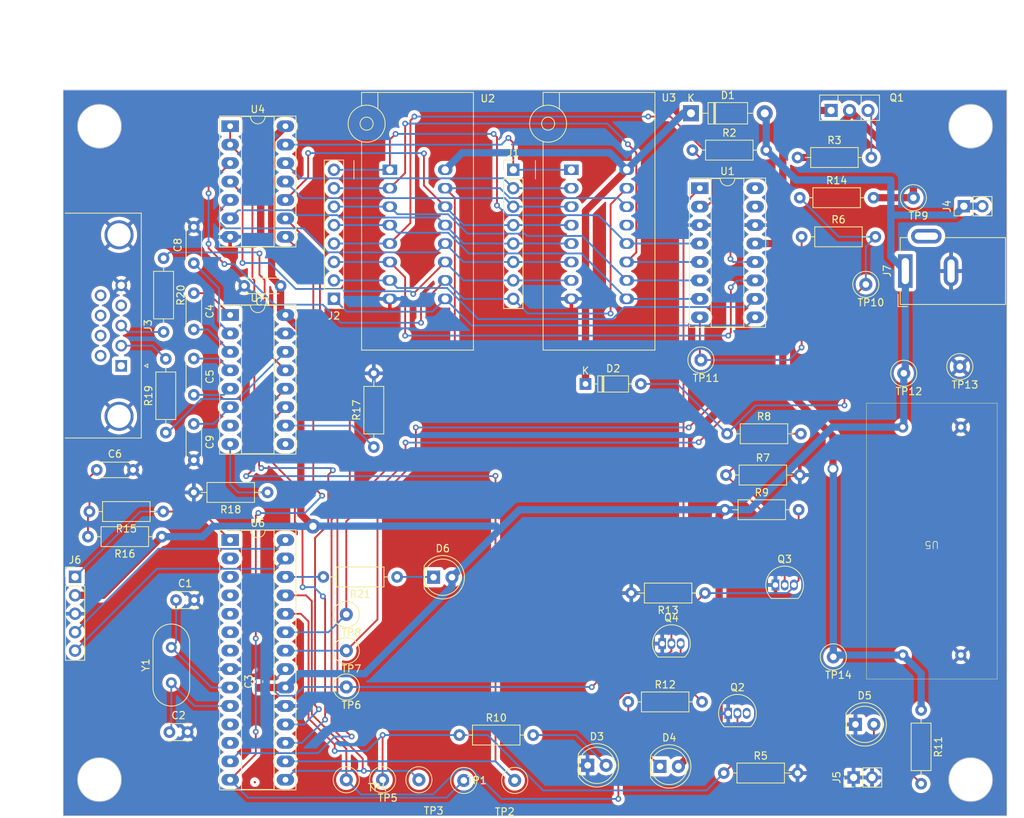
<source format=kicad_pcb>
(kicad_pcb (version 20240108) (generator "pcbnew") (generator_version "8.0")
  (layers (0 "F.Cu" signal) (31 "B.Cu" signal) (34 "B.Paste" user) (35 "F.Paste" user) (36 "B.SilkS" user "B.Silkscreen") (37 "F.SilkS" user "F.Silkscreen") (38 "B.Mask" user) (39 "F.Mask" user) (44 "Edge.Cuts" user))
  (net 0 "")
  (net 1 "Net-(U6-RA7{slash}OSC1_CLKIN)")
  (net 2 "GND")
  (net 3 "Net-(U6-RA6{slash}OSC2_CLKOUT)")
  (net 4 "+5V")
  (net 5 "Net-(U7-C1+)")
  (net 6 "Net-(U7-C1-)")
  (net 7 "Net-(U7-C2+)")
  (net 8 "Net-(U7-C2-)")
  (net 9 "Net-(C6-Pad1)")
  (net 10 "Net-(U7-VS+)")
  (net 11 "Net-(U7-VS-)")
  (net 12 "/VCC")
  (net 13 "Net-(D2-A)")
  (net 14 "Net-(D3-A)")
  (net 15 "Net-(D4-K)")
  (net 16 "Net-(D5-A)")
  (net 17 "Net-(D6-K)")
  (net 18 "/A7")
  (net 19 "/A6")
  (net 20 "/A5")
  (net 21 "/A4")
  (net 22 "/A3")
  (net 23 "/A2")
  (net 24 "/A1")
  (net 25 "/A0")
  (net 26 "/D7")
  (net 27 "/D6")
  (net 28 "/D5")
  (net 29 "/D4")
  (net 30 "/D3")
  (net 31 "/D2")
  (net 32 "/D1")
  (net 33 "/D0")
  (net 35 "Net-(J3-Pad2)")
  (net 36 "Net-(J3-Pad3)")
  (net 42 "/MCLR")
  (net 43 "/PGD")
  (net 44 "/PGC")
  (net 45 "+12V")
  (net 46 "Net-(Q1-C)")
  (net 47 "Net-(Q1-B)")
  (net 48 "/WR")
  (net 49 "Net-(Q2-D)")
  (net 50 "Net-(Q3-G)")
  (net 51 "/RD")
  (net 52 "Net-(Q4-D)")
  (net 53 "/CLR")
  (net 54 "Net-(U1-EN)")
  (net 55 "/DD")
  (net 56 "Net-(U7-T2IN)")
  (net 57 "Net-(U7-R2IN)")
  (net 58 "Net-(U7-T1OUT)")
  (net 59 "Net-(U7-R1IN)")
  (net 60 "/LED")
  (net 61 "/CLK")
  (net 62 "/SER")
  (net 63 "/B0")
  (net 64 "/B2")
  (net 65 "/B1")
  (net 66 "/CE")
  (net 75 "/TX")
  (net 76 "/RX")
  (footprint "Capacitor_THT:C_Disc_D4.3mm_W1.9mm_P5.00mm" (layer "F.Cu") (at 38 66 -90)
    (property "Reference" "C9")
    (property "Value" "1.0")
  )
  (footprint "Resistor_THT:R_Axial_DIN0207_L6.3mm_D2.5mm_P10.16mm_Horizontal" (layer "F.Cu") (at 33.5788 81.534 180)
    (property "Reference" "R16")
    (property "Value" "100k")
  )
  (footprint "Connector_PinHeader_2.54mm:PinHeader_1x08_P2.54mm_Vertical" (layer "F.Cu") (at 57.3 48.78 180)
    (property "Reference" "J2")
    (property "Value" "Conn_01x08")
  )
  (footprint "TestPoint:TestPoint_Loop_D3.50mm_Drill0.9mm_Beaded" (layer "F.Cu") (at 143.51 58.1152)
    (property "Reference" "TP13")
    (property "Value" "GND")
  )
  (footprint "Resistor_THT:R_Axial_DIN0207_L6.3mm_D2.5mm_P10.16mm_Horizontal" (layer "F.Cu") (at 110.998 114.0968)
    (property "Reference" "R5")
    (property "Value" "10k")
  )
  (footprint "Resistor_THT:R_Axial_DIN0207_L6.3mm_D2.5mm_P10.16mm_Horizontal" (layer "F.Cu") (at 74.5744 108.8644)
    (property "Reference" "R10")
    (property "Value" "1k")
  )
  (footprint "Package_TO_SOT_THT:TO-92_Inline" (layer "F.Cu") (at 118.11 88.1932)
    (property "Reference" "Q3")
    (property "Value" "2N7000")
  )
  (footprint "Package_TO_SOT_THT:TO-92_Inline" (layer "F.Cu") (at 102.5144 96.2704)
    (property "Reference" "Q4")
    (property "Value" "2N7000")
  )
  (footprint "Diode_THT:D_DO-41_SOD81_P10.16mm_Horizontal" (layer "F.Cu") (at 106.4768 23.2156)
    (property "Reference" "D1")
    (property "Value" "1N5819")
  )
  (footprint "Resistor_THT:R_Axial_DIN0207_L6.3mm_D2.5mm_P10.16mm_Horizontal" (layer "F.Cu") (at 48.1584 75.438 180)
    (property "Reference" "R18")
    (property "Value" "100")
  )
  (footprint "Package_DIP:DIP-28_W7.62mm_Socket_LongPads" (layer "F.Cu") (at 43 82)
    (property "Reference" "U6")
    (property "Value" "PIC18F26K22-xSP")
  )
  (footprint "Resistor_THT:R_Axial_DIN0207_L6.3mm_D2.5mm_P10.16mm_Horizontal" (layer "F.Cu") (at 33.782 78.0796 180)
    (property "Reference" "R15")
    (property "Value" "2k")
  )
  (footprint "TestPoint:TestPoint_Loop_D3.50mm_Drill0.9mm_Beaded" (layer "F.Cu") (at 107.8484 57.2008)
    (property "Reference" "TP11")
    (property "Value" "DD")
  )
  (footprint "Resistor_THT:R_Axial_DIN0207_L6.3mm_D2.5mm_P10.16mm_Horizontal" (layer "F.Cu") (at 121.7168 40.2336)
    (property "Reference" "R6")
    (property "Value" "47")
  )
  (footprint "Resistor_THT:R_Axial_DIN0207_L6.3mm_D2.5mm_P10.16mm_Horizontal" (layer "F.Cu") (at 62.7888 69.1896 90)
    (property "Reference" "R17")
    (property "Value" "100")
  )
  (footprint "Capacitor_THT:C_Disc_D4.3mm_W1.9mm_P5.00mm" (layer "F.Cu") (at 24.6272 72.3392)
    (property "Reference" "C6")
    (property "Value" "10.0")
  )
  (footprint "Package_TO_SOT_THT:TO-126-3_Vertical" (layer "F.Cu") (at 125.7808 22.8286)
    (property "Reference" "Q1")
    (property "Value" "BD140")
  )
  (footprint "TestPoint:TestPoint_Loop_D3.50mm_Drill0.9mm_Beaded" (layer "F.Cu") (at 130.556 46.7868)
    (property "Reference" "TP10")
    (property "Value" "VPPC")
  )
  (footprint "Resistor_THT:R_Axial_DIN0207_L6.3mm_D2.5mm_P10.16mm_Horizontal" (layer "F.Cu") (at 138.176 105.41 -90)
    (property "Reference" "R11")
    (property "Value" "10k")
  )
  (footprint "Resistor_THT:R_Axial_DIN0207_L6.3mm_D2.5mm_P10.16mm_Horizontal" (layer "F.Cu") (at 111.1504 77.8256)
    (property "Reference" "R9")
    (property "Value" "5.1k")
  )
  (footprint "Connector_PinHeader_2.54mm:PinHeader_1x02_P2.54mm_Vertical" (layer "F.Cu") (at 128.8796 114.7064 90)
    (property "Reference" "J5")
    (property "Value" "GND")
  )
  (footprint "dmitriy:MT3608" (layer "F.Cu") (at 139.6492 82.1436 180)
    (property "Reference" "U5")
    (property "Value" "~")
  )
  (footprint "Package_DIP:DIP-16_W7.62mm_Socket_LongPads" (layer "F.Cu") (at 43 51)
    (property "Reference" "U7")
    (property "Value" "MAX232")
  )
  (footprint "Resistor_THT:R_Axial_DIN0207_L6.3mm_D2.5mm_P10.16mm_Horizontal" (layer "F.Cu") (at 108.4072 89.3064 180)
    (property "Reference" "R13")
    (property "Value" "R")
  )
  (footprint "Connector_BarrelJack:BarrelJack_GCT_DCJ200-10-A_Horizontal" (layer "F.Cu") (at 136 44.9476 90)
    (property "Reference" "J7")
    (property "Value" "Barrel_Jack_MountingPin")
  )
  (footprint "Resistor_THT:R_Axial_DIN0207_L6.3mm_D2.5mm_P10.16mm_Horizontal" (layer "F.Cu") (at 111.4552 67.3608)
    (property "Reference" "R8")
    (property "Value" "R")
  )
  (footprint "TestPoint:TestPoint_Loop_D3.50mm_Drill0.9mm_Beaded" (layer "F.Cu") (at 59 97.24)
    (property "Reference" "TP7")
    (property "Value" "B1")
  )
  (footprint "TestPoint:TestPoint_Loop_D3.50mm_Drill0.9mm_Beaded" (layer "F.Cu") (at 64 115.02)
    (property "Reference" "TP5")
    (property "Value" "WR")
  )
  (footprint "Capacitor_THT:C_Disc_D4.3mm_W1.9mm_P5.00mm" (layer "F.Cu") (at 49.9472 46.99 180)
    (property "Reference" "C7")
    (property "Value" "1.0")
  )
  (footprint "Resistor_THT:R_Axial_DIN0207_L6.3mm_D2.5mm_P10.16mm_Horizontal" (layer "F.Cu") (at 111.3028 73.0504)
    (property "Reference" "R7")
    (property "Value" "R")
  )
  (footprint "Socket:DIP_Socket-16_W4.3_W5.08_W7.62_W10.16_W10.9_3M_216-3340-00-0602J" (layer "F.Cu") (at 90 31)
    (property "Reference" "U3")
    (property "Value" "556RT4")
  )
  (footprint "Socket:DIP_Socket-16_W4.3_W5.08_W7.62_W10.16_W10.9_3M_216-3340-00-0602J" (layer "F.Cu") (at 65 31)
    (property "Reference" "U2")
    (property "Value" "155RE3")
  )
  (footprint "Resistor_THT:R_Axial_DIN0207_L6.3mm_D2.5mm_P10.16mm_Horizontal" (layer "F.Cu") (at 106.68 28.2956)
    (property "Reference" "R2")
    (property "Value" "2k")
  )
  (footprint "Resistor_THT:R_Axial_DIN0207_L6.3mm_D2.5mm_P10.16mm_Horizontal" (layer "F.Cu") (at 34.1376 67.2084 90)
    (property "Reference" "R19")
    (property "Value" "22")
  )
  (footprint "LED_THT:LED_D5.0mm" (layer "F.Cu") (at 92.2478 113.03)
    (property "Reference" "D3")
    (property "Value" "RED")
  )
  (footprint "TestPoint:TestPoint_Loop_D3.50mm_Drill0.9mm_Beaded" (layer "F.Cu") (at 75.184 115.1128)
    (property "Reference" "TP1")
    (property "Value" "CLK")
  )
  (footprint "Resistor_THT:R_Axial_DIN0207_L6.3mm_D2.5mm_P10.16mm_Horizontal" (layer "F.Cu") (at 33.8328 43.18 -90)
    (property "Reference" "R20")
    (property "Value" "22")
  )
  (footprint "Capacitor_SMD:C_0603_1608Metric_Pad1.08x0.95mm_HandSolder" (layer "F.Cu") (at 46.99 101.4984 90)
    (property "Reference" "C3")
    (property "Value" "0.1")
  )
  (footprint "TestPoint:TestPoint_Loop_D3.50mm_Drill0.9mm_Beaded" (layer "F.Cu") (at 137.1092 34.8488)
    (property "Reference" "TP9")
    (property "Value" "VPP")
  )
  (footprint "Diode_THT:D_DO-35_SOD27_P7.62mm_Horizontal" (layer "F.Cu") (at 91.948 60.5028)
    (property "Reference" "D2")
    (property "Value" "1N4148")
  )
  (footprint "Capacitor_THT:C_Disc_D4.3mm_W1.9mm_P5.00mm" (layer "F.Cu") (at 37.9984 43.862 90)
    (property "Reference" "C8")
    (property "Value" "1.0")
  )
  (footprint "Resistor_THT:R_Axial_DIN0207_L6.3mm_D2.5mm_P10.16mm_Horizontal" (layer "F.Cu") (at 121.4628 34.8488)
    (property "Reference" "R14")
    (property "Value" "1")
  )
  (footprint "LED_THT:LED_D5.0mm" (layer "F.Cu") (at 102.2096 113.1824)
    (property "Reference" "D4")
    (property "Value" "WHITE")
  )
  (footprint "TestPoint:TestPoint_Loop_D3.50mm_Drill0.9mm_Beaded" (layer "F.Cu") (at 82.1944 115.1128)
    (property "Reference" "TP2")
    (property "Value" "SER")
  )
  (footprint "Resistor_THT:R_Axial_DIN0207_L6.3mm_D2.5mm_P10.16mm_Horizontal" (layer "F.Cu") (at 66 87.08 180)
    (property "Reference" "R21")
    (property "Value" "R")
  )
  (footprint "Capacitor_THT:C_Disc_D4.3mm_W1.9mm_P5.00mm" (layer "F.Cu") (at 38 57 -90)
    (property "Reference" "C5")
    (property "Value" "1.0")
  )
  (footprint "TestPoint:TestPoint_Loop_D3.50mm_Drill0.9mm_Beaded" (layer "F.Cu") (at 126.0856 98.0948)
    (property "Reference" "TP14")
    (property "Value" "+12V")
  )
  (footprint "Connector_PinHeader_2.54mm:PinHeader_1x02_P2.54mm_Vertical" (layer "F.Cu") (at 144.0638 36.0172 90)
    (property "Reference" "J4")
    (property "Value" "+5V")
  )
  (footprint "Package_DIP:DIP-14_W7.62mm_Socket_LongPads" (layer "F.Cu") (at 43 25)
    (property "Reference" "U4")
    (property "Value" "74HC164")
  )
  (footprint "TestPoint:TestPoint_Loop_D3.50mm_Drill0.9mm_Beaded" (layer "F.Cu") (at 59 102.24)
    (property "Reference" "TP6")
    (property "Value" "B0")
  )
  (footprint "Package_TO_SOT_THT:TO-92_Inline" (layer "F.Cu") (at 111.6076 105.8672)
    (property "Reference" "Q2")
    (property "Value" "2N7000")
  )
  (footprint "Capacitor_THT:C_Disc_D3.4mm_W2.1mm_P2.50mm" (layer "F.Cu") (at 35.5492 90.2716)
    (property "Reference" "C1")
    (property "Value" "22")
  )
  (footprint "Package_DIP:DIP-16_W7.62mm_Socket_LongPads" (layer "F.Cu") (at 107.696 33.54)
    (property "Reference" "U1")
    (property "Value" "DG408")
  )
  (footprint "Connector_PinHeader_2.54mm:PinHeader_1x08_P2.54mm_Vertical" (layer "F.Cu") (at 82 31)
    (property "Reference" "J1")
    (property "Value" "Conn_01x08")
  )
  (footprint "Connector_PinHeader_2.54mm:PinHeader_1x05_P2.54mm_Vertical" (layer "F.Cu") (at 21.6408 87.0712)
    (property "Reference" "J6")
    (property "Value" "PicKit")
  )
  (footprint "Resistor_THT:R_Axial_DIN0207_L6.3mm_D2.5mm_P10.16mm_Horizontal" (layer "F.Cu") (at 97.8408 104.2924)
    (property "Reference" "R12")
    (property "Value" "R")
  )
  (footprint "Resistor_THT:R_Axial_DIN0207_L6.3mm_D2.5mm_P10.16mm_Horizontal" (layer "F.Cu") (at 121.158 29.3116)
    (property "Reference" "R3")
    (property "Value" "R")
  )
  (footprint "Capacitor_THT:C_Disc_D3.4mm_W2.1mm_P2.50mm" (layer "F.Cu") (at 34.6348 108.458)
    (property "Reference" "C2")
    (property "Value" "22")
  )
  (footprint "TestPoint:TestPoint_Loop_D3.50mm_Drill0.9mm_Beaded" (layer "F.Cu") (at 59 115.02)
    (property "Reference" "TP4")
    (property "Value" "RD")
  )
  (footprint "Capacitor_THT:C_Disc_D4.3mm_W1.9mm_P5.00mm" (layer "F.Cu") (at 38 48 -90)
    (property "Reference" "C4")
    (property "Value" "1.0")
  )
  (footprint "TestPoint:TestPoint_Loop_D3.50mm_Drill0.9mm_Beaded" (layer "F.Cu") (at 69 115.02)
    (property "Reference" "TP3")
    (property "Value" "CLR")
  )
  (footprint "TestPoint:TestPoint_Loop_D3.50mm_Drill0.9mm_Beaded" (layer "F.Cu") (at 135.7884 59.0296)
    (property "Reference" "TP12")
    (property "Value" "+5V")
  )
  (footprint "Connector_Dsub:DSUB-9_Female_Horizontal_P2.77x2.84mm_EdgePinOffset4.94mm_Housed_MountingHolesOffset7.48mm" (layer "F.Cu") (at 28 58 -90)
    (property "Reference" "J3")
    (property "Value" "DE9_Receptacle_MountingHoles")
  )
  (footprint "LED_THT:LED_D5.0mm" (layer "F.Cu") (at 71.0184 87.122)
    (property "Reference" "D6")
    (property "Value" "LED")
  )
  (footprint "TestPoint:TestPoint_Loop_D3.50mm_Drill0.9mm_Beaded" (layer "F.Cu") (at 59 92.24)
    (property "Reference" "TP8")
    (property "Value" "B2")
  )
  (footprint "Crystal:Crystal_HC49-U_Vertical" (layer "F.Cu") (at 34.8996 101.6624 90)
    (property "Reference" "Y1")
    (property "Value" "7.3728")
  )
  (footprint "LED_THT:LED_D5.0mm" (layer "F.Cu") (at 129.1286 107.3912)
    (property "Reference" "D5")
    (property "Value" "GREEN")
  )
  (gr_circle (center 145 115) (end 148 115) (stroke (width 0.1)) (fill none) (layer "Edge.Cuts"))
  (gr_line (start 20 20) (end 150 20) (stroke (width 0.1)) (layer "Edge.Cuts"))
  (gr_line (start 150 120) (end 20 120) (stroke (width 0.1)) (layer "Edge.Cuts"))
  (gr_circle (center 25 25) (end 28 25) (stroke (width 0.1)) (fill none) (layer "Edge.Cuts"))
  (gr_line (start 150 20) (end 150 120) (stroke (width 0.1)) (layer "Edge.Cuts"))
  (gr_circle (center 145 25) (end 148 25) (stroke (width 0.1)) (fill none) (layer "Edge.Cuts"))
  (gr_line (start 20 120) (end 20 20) (stroke (width 0.1)) (layer "Edge.Cuts"))
  (gr_circle (center 25 115) (end 28 115) (stroke (width 0.1)) (fill none) (layer "Edge.Cuts"))
  (segment (start 40.4372 102.32) (end 34.8996 96.7824) (width 0.25) (layer "B.Cu") (net 1))
  (segment (start 43 102.32) (end 40.4372 102.32) (width 0.25) (layer "B.Cu") (net 1))
  (segment (start 35.5492 96.1328) (end 34.8996 96.7824) (width 0.25) (layer "B.Cu") (net 1))
  (segment (start 35.5492 90.2716) (end 35.5492 96.1328) (width 0.25) (layer "B.Cu") (net 1))
  (segment (start 43 104.86) (end 38.0972 104.86) (width 0.25) (layer "B.Cu") (net 3))
  (segment (start 38.0972 104.86) (end 34.8996 101.6624) (width 0.25) (layer "B.Cu") (net 3))
  (segment (start 34.8996 108.1932) (end 34.6348 108.458) (width 0.25) (layer "B.Cu") (net 3))
  (segment (start 34.8996 101.6624) (end 34.8996 108.1932) (width 0.25) (layer "B.Cu") (net 3))
  (segment (start 49.9472 50.3272) (end 50.62 51) (width 1) (layer "F.Cu") (net 4))
  (segment (start 48.72 26.9) (end 48.72 45.7628) (width 1) (layer "F.Cu") (net 4))
  (segment (start 52.73892 78.44372) (end 54.4068 80.1116) (width 1) (layer "F.Cu") (net 4))
  (segment (start 47.0309 102.32) (end 46.99 102.3609) (width 1) (layer "F.Cu") (net 4))
  (segment (start 50.62 102.32) (end 47.0309 102.32) (width 1) (layer "F.Cu") (net 4))
  (segment (start 25.5016 89.6112) (end 21.6408 89.6112) (width 1) (layer "F.Cu") (net 4))
  (segment (start 48.72 45.7628) (end 49.9472 46.99) (width 1) (layer "F.Cu") (net 4))
  (segment (start 111.1504 77.8256) (end 110.350401 78.625599) (width 1) (layer "F.Cu") (net 4))
  (segment (start 110.350401 107.581599) (end 104.7496 113.1824) (width 1) (layer "F.Cu") (net 4))
  (segment (start 50.62 51) (end 52.73892 53.11892) (width 1) (layer "F.Cu") (net 4))
  (segment (start 49.9472 46.99) (end 49.9472 50.3272) (width 1) (layer "F.Cu") (net 4))
  (segment (start 110.350401 78.625599) (end 110.350401 107.581599) (width 1) (layer "F.Cu") (net 4))
  (segment (start 33.5788 81.534) (end 25.5016 89.6112) (width 1) (layer "F.Cu") (net 4))
  (segment (start 52.73892 53.11892) (end 52.73892 78.44372) (width 1) (layer "F.Cu") (net 4))
  (segment (start 50.62 25) (end 48.72 26.9) (width 1) (layer "F.Cu") (net 4))
  (via (at 54.4068 80.1116) (size 2) (drill 1) (layers "F.Cu" "B.Cu") (net 4))
  (segment (start 61.551872 100.40132) (end 52.53868 100.40132) (width 1) (layer "B.Cu") (net 4))
  (segment (start 39.2176 81.534) (end 40.64 80.1116) (width 1) (layer "B.Cu") (net 4))
  (segment (start 40.64 80.1116) (end 54.4068 80.1116) (width 1) (layer "B.Cu") (net 4))
  (segment (start 135.6492 66.4436) (end 125.948279 66.4436) (width 1) (layer "B.Cu") (net 4))
  (segment (start 80.1116 80.5688) (end 73.5584 87.122) (width 1) (layer "B.Cu") (net 4))
  (segment (start 54.4336 80.0848) (end 79.6276 80.0848) (width 1) (layer "B.Cu") (net 4))
  (segment (start 134.0104 37.2364) (end 134.0104 32.4104) (width 1) (layer "B.Cu") (net 4))
  (segment (start 134.0104 42.958) (end 134.0104 37.2364) (width 1) (layer "B.Cu") (net 4))
  (segment (start 52.53868 100.40132) (end 50.62 102.32) (width 1) (layer "B.Cu") (net 4))
  (segment (start 82.8548 77.8256) (end 80.1116 80.5688) (width 1) (layer "B.Cu") (net 4))
  (segment (start 79.6276 80.0848) (end 80.1116 80.5688) (width 1) (layer "B.Cu") (net 4))
  (segment (start 135.7884 59.0296) (end 135.7884 66.3044) (width 1) (layer "B.Cu") (net 4))
  (segment (start 135.7884 66.3044) (end 135.6492 66.4436) (width 1) (layer "B.Cu") (net 4))
  (segment (start 116.84 23.4188) (end 116.6368 23.2156) (width 1) (layer "B.Cu") (net 4))
  (segment (start 136 58.818) (end 135.7884 59.0296) (width 1) (layer "B.Cu") (net 4))
  (segment (start 33.5788 81.534) (end 39.2176 81.534) (width 1) (layer "B.Cu") (net 4))
  (segment (start 114.566279 77.8256) (end 111.1504 77.8256) (width 1) (layer "B.Cu") (net 4))
  (segment (start 136 44.9476) (end 136 58.818) (width 1) (layer "B.Cu") (net 4))
  (segment (start 134.0104 32.4104) (end 120.9548 32.4104) (width 1) (layer "B.Cu") (net 4))
  (segment (start 125.948279 66.4436) (end 114.566279 77.8256) (width 1) (layer "B.Cu") (net 4))
  (segment (start 144.0638 36.0172) (end 142.8446 37.2364) (width 1) (layer "B.Cu") (net 4))
  (segment (start 116.84 28.2956) (end 116.84 23.4188) (width 1) (layer "B.Cu") (net 4))
  (segment (start 142.8446 37.2364) (end 134.0104 37.2364) (width 1) (layer "B.Cu") (net 4))
  (segment (start 54.4068 80.1116) (end 54.4336 80.0848) (width 1) (layer "B.Cu") (net 4))
  (segment (start 111.1504 77.8256) (end 82.8548 77.8256) (width 1) (layer "B.Cu") (net 4))
  (segment (start 73.5584 87.122) (end 73.5584 88.394792) (width 1) (layer "B.Cu") (net 4))
  (segment (start 136 44.9476) (end 134.0104 42.958) (width 1) (layer "B.Cu") (net 4))
  (segment (start 120.9548 32.4104) (end 116.84 28.2956) (width 1) (layer "B.Cu") (net 4))
  (segment (start 73.5584 88.394792) (end 61.551872 100.40132) (width 1) (layer "B.Cu") (net 4))
  (segment (start 146.6038 36.0172) (end 144.0638 36.0172) (width 1) (layer "B.Cu") (net 4))
  (segment (start 54.38 80.0848) (end 54.4068 80.1116) (width 1) (layer "B.Cu") (net 4))
  (segment (start 38 48) (end 40 48) (width 0.25) (layer "F.Cu") (net 5))
  (segment (start 40 48) (end 43 51) (width 0.25) (layer "F.Cu") (net 5))
  (segment (start 39.92 53) (end 43 56.08) (width 0.25) (layer "B.Cu") (net 6))
  (segment (start 38 53) (end 39.92 53) (width 0.25) (layer "B.Cu") (net 6))
  (segment (start 41.38 57) (end 43 58.62) (width 0.25) (layer "B.Cu") (net 7))
  (segment (start 38 57) (end 41.38 57) (width 0.25) (layer "B.Cu") (net 7))
  (segment (start 42.16 62) (end 43 61.16) (width 0.25) (layer "B.Cu") (net 8))
  (segment (start 38 62) (end 42.16 62) (width 0.25) (layer "B.Cu") (net 8))
  (segment (start 23.4188 78.2828) (end 23.622 78.0796) (width 0.25) (layer "F.Cu") (net 9))
  (segment (start 23.4188 81.534) (end 23.4188 78.2828) (width 0.25) (layer "F.Cu") (net 9))
  (segment (start 23.622 73.3444) (end 24.6272 72.3392) (width 0.25) (layer "F.Cu") (net 9))
  (segment (start 23.622 78.0796) (end 23.622 73.3444) (width 0.25) (layer "F.Cu") (net 9))
  (segment (start 41.475 47.3386) (end 41.475 52.015) (width 0.25) (layer "B.Cu") (net 10))
  (segment (start 41.475 52.015) (end 43 53.54) (width 0.25) (layer "B.Cu") (net 10))
  (segment (start 37.9984 43.862) (end 41.475 47.3386) (width 0.25) (layer "B.Cu") (net 10))
  (segment (start 40.7 66) (end 43 63.7) (width 0.25) (layer "B.Cu") (net 11))
  (segment (start 38 66) (end 40.7 66) (width 0.25) (layer "B.Cu") (net 11))
  (segment (start 91.948 36.672) (end 91.948 60.5028) (width 1) (layer "F.Cu") (net 12))
  (segment (start 97.62 31) (end 91.948 36.672) (width 1) (layer "F.Cu") (net 12))
  (segment (start 105.4044 23.2156) (end 97.62 31) (width 1) (layer "B.Cu") (net 12))
  (segment (start 97.62 31) (end 95.2712 28.6512) (width 1) (layer "B.Cu") (net 12))
  (segment (start 74.9688 28.6512) (end 72.62 31) (width 1) (layer "B.Cu") (net 12))
  (segment (start 95.2712 28.6512) (end 74.9688 28.6512) (width 1) (layer "B.Cu") (net 12))
  (segment (start 106.4768 23.2156) (end 105.4044 23.2156) (width 1) (layer "B.Cu") (net 12))
  (segment (start 127.6096 63.4492) (end 127.6096 63.3984) (width 0.25) (layer "F.Cu") (net 13))
  (segment (start 127.6096 49.7332) (end 127.6096 63.4492) (width 0.25) (layer "F.Cu") (net 13))
  (segment (start 130.556 46.7868) (end 127.6096 49.7332) (width 0.25) (layer "F.Cu") (net 13))
  (via (at 127.6096 63.4492) (size 0.8) (drill 0.4) (layers "F.Cu" "B.Cu") (net 13))
  (segment (start 127.6096 63.4492) (end 115.3668 63.4492) (width 0.25) (layer "B.Cu") (net 13))
  (segment (start 126.8476 40.2336) (end 121.4628 34.8488) (width 0.25) (layer "B.Cu") (net 13))
  (segment (start 115.3668 63.4492) (end 111.4552 67.3608) (width 0.25) (layer "B.Cu") (net 13))
  (segment (start 130.556 41.5544) (end 131.8768 40.2336) (width 0.25) (layer "B.Cu") (net 13))
  (segment (start 99.568 60.5028) (end 104.5972 60.5028) (width 0.25) (layer "B.Cu") (net 13))
  (segment (start 104.5972 60.5028) (end 111.4552 67.3608) (width 0.25) (layer "B.Cu") (net 13))
  (segment (start 130.556 46.7868) (end 130.556 41.5544) (width 0.25) (layer "B.Cu") (net 13))
  (segment (start 131.8768 40.2336) (end 126.8476 40.2336) (width 0.25) (layer "B.Cu") (net 13))
  (segment (start 84.7344 108.8644) (end 90.6222 108.8644) (width 0.25) (layer "B.Cu") (net 14))
  (segment (start 90.6222 108.8644) (end 94.7878 113.03) (width 0.25) (layer "B.Cu") (net 14))
  (segment (start 97.8408 108.8136) (end 102.2096 113.1824) (width 0.25) (layer "F.Cu") (net 15))
  (segment (start 97.8408 104.2924) (end 97.8408 108.8136) (width 0.25) (layer "F.Cu") (net 15))
  (segment (start 131.6686 109.0626) (end 138.176 115.57) (width 0.25) (layer "F.Cu") (net 16))
  (segment (start 131.6686 107.3912) (end 131.6686 109.0626) (width 0.25) (layer "F.Cu") (net 16))
  (segment (start 66 87.08) (end 70.9764 87.08) (width 0.25) (layer "B.Cu") (net 17))
  (segment (start 70.9764 87.08) (end 71.0184 87.122) (width 0.25) (layer "B.Cu") (net 17))
  (segment (start 82 31) (end 82 27.2884) (width 0.25) (layer "F.Cu") (net 18))
  (segment (start 82 27.2884) (end 81.3308 26.6192) (width 0.25) (layer "F.Cu") (net 18))
  (via (at 81.3308 26.6192) (size 0.8) (drill 0.4) (layers "F.Cu" "B.Cu") (net 18))
  (segment (start 81.28 26.6192) (end 81.3308 26.6192) (width 0.25) (layer "B.Cu") (net 18))
  (segment (start 80.3592 27.54) (end 81.28 26.6192) (width 0.25) (layer "B.Cu") (net 18))
  (segment (start 81.3308 26.5684) (end 81.28 26.6192) (width 0.25) (layer "B.Cu") (net 18))
  (segment (start 50.62 27.54) (end 80.3592 27.54) (width 0.25) (layer "B.Cu") (net 18))
  (segment (start 82 31) (end 90 31) (width 0.25) (layer "B.Cu") (net 18))
  (segment (start 81.3308 26.6192) (end 81.3308 26.5684) (width 0.25) (layer "B.Cu") (net 18))
  (segment (start 82 33.54) (end 80.635 32.175) (width 0.25) (layer "B.Cu") (net 19))
  (segment (start 52.715 32.175) (end 50.62 30.08) (width 0.25) (layer "B.Cu") (net 19))
  (segment (start 80.635 32.175) (end 52.715 32.175) (width 0.25) (layer "B.Cu") (net 19))
  (segment (start 90 33.54) (end 82 33.54) (width 0.25) (layer "B.Cu") (net 19))
  (segment (start 52.905 34.905) (end 50.62 32.62) (width 0.25) (layer "B.Cu") (net 20))
  (segment (start 82 36.08) (end 90 36.08) (width 0.25) (layer "B.Cu") (net 20))
  (segment (start 80.825 34.905) (end 52.905 34.905) (width 0.25) (layer "B.Cu") (net 20))
  (segment (start 82 36.08) (end 80.825 34.905) (width 0.25) (layer "B.Cu") (net 20))
  (segment (start 53.7464 28.702) (end 53.7464 28.7528) (width 0.25) (layer "F.Cu") (net 21))
  (segment (start 53.7464 32.0336) (end 53.7464 28.702) (width 0.25) (layer "F.Cu") (net 21))
  (segment (start 72.62 36.08) (end 69.6976 33.1576) (width 0.25) (layer "F.Cu") (net 21))
  (segment (start 50.62 35.16) (end 53.7464 32.0336) (width 0.25) (layer "F.Cu") (net 21))
  (segment (start 69.6976 33.1576) (end 69.6976 28.7528) (width 0.25) (layer "F.Cu") (net 21))
  (via (at 53.7464 28.702) (size 0.8) (drill 0.4) (layers "F.Cu" "B.Cu") (net 21))
  (via (at 69.6976 28.7528) (size 0.8) (drill 0.4) (layers "F.Cu" "B.Cu") (net 21))
  (segment (start 53.7464 28.702) (end 69.6468 28.702) (width 0.25) (layer "B.Cu") (net 21))
  (segment (start 82 38.62) (end 90 38.62) (width 0.25) (layer "B.Cu") (net 21))
  (segment (start 69.6468 28.702) (end 69.6976 28.7528) (width 0.25) (layer "B.Cu") (net 21))
  (segment (start 82 38.62) (end 75.16 38.62) (width 0.25) (layer "B.Cu") (net 21))
  (segment (start 75.16 38.62) (end 72.62 36.08) (width 0.25) (layer "B.Cu") (net 21))
  (segment (start 72.62 38.62) (end 71.575 37.575) (width 0.25) (layer "B.Cu") (net 22))
  (segment (start 82 41.16) (end 90 41.16) (width 0.25) (layer "B.Cu") (net 22))
  (segment (start 51.561 36.575) (end 44.125 36.575) (width 0.25) (layer "B.Cu") (net 22))
  (segment (start 52.241 37.255) (end 51.561 36.575) (width 0.25) (layer "B.Cu") (net 22))
  (segment (start 82 41.16) (end 75.16 41.16) (width 0.25) (layer "B.Cu") (net 22))
  (segment (start 44.125 36.575) (end 43 37.7) (width 0.25) (layer "B.Cu") (net 22))
  (segment (start 75.16 41.16) (end 72.62 38.62) (width 0.25) (layer "B.Cu") (net 22))
  (segment (start 71.575 37.575) (end 58.106701 37.575) (width 0.25) (layer "B.Cu") (net 22))
  (segment (start 58.106701 37.575) (end 57.786701 37.255) (width 0.25) (layer "B.Cu") (net 22))
  (segment (start 57.786701 37.255) (end 52.241 37.255) (width 0.25) (layer "B.Cu") (net 22))
  (segment (start 42.3672 39.0652) (end 53.136801 39.0652) (width 0.25) (layer "B.Cu") (net 23))
  (segment (start 82 43.7) (end 90 43.7) (width 0.25) (layer "B.Cu") (net 23))
  (segment (start 75.16 43.7) (end 72.62 41.16) (width 0.25) (layer "B.Cu") (net 23))
  (segment (start 43 35.16) (end 41.475 36.685) (width 0.25) (layer "B.Cu") (net 23))
  (segment (start 41.475 38.173) (end 42.3672 39.0652) (width 0.25) (layer "B.Cu") (net 23))
  (segment (start 82 43.7) (end 75.16 43.7) (width 0.25) (layer "B.Cu") (net 23))
  (segment (start 56.438801 42.3672) (end 71.4128 42.3672) (width 0.25) (layer "B.Cu") (net 23))
  (segment (start 41.475 36.685) (end 41.475 38.173) (width 0.25) (layer "B.Cu") (net 23))
  (segment (start 71.4128 42.3672) (end 72.62 41.16) (width 0.25) (layer "B.Cu") (net 23))
  (segment (start 53.136801 39.0652) (end 56.438801 42.3672) (width 0.25) (layer "B.Cu") (net 23))
  (segment (start 68.4784 47.8536) (end 68.2244 48.1076) (width 0.25) (layer "F.Cu") (net 24))
  (segment (start 44.704 34.324) (end 44.704 43.8404) (width 0.25) (layer "F.Cu") (net 24))
  (segment (start 68.2244 48.1076) (end 68.2752 48.0568) (width 0.25) (layer "F.Cu") (net 24))
  (segment (start 68.4784 47.8416) (end 68.4784 47.8536) (width 0.25) (layer "F.Cu") (net 24))
  (segment (start 43 32.62) (end 44.704 34.324) (width 0.25) (layer "F.Cu") (net 24))
  (segment (start 72.62 43.7) (end 68.4784 47.8416) (width 0.25) (layer "F.Cu") (net 24))
  (segment (start 44.704 43.8404) (end 44.704 43.7896) (width 0.25) (layer "F.Cu") (net 24))
  (via (at 44.704 43.8404) (size 0.8) (drill 0.4) (layers "F.Cu" "B.Cu") (net 24))
  (via (at 68.2244 48.1076) (size 0.8) (drill 0.4) (layers "F.Cu" "B.Cu") (net 24))
  (segment (start 75.16 46.24) (end 72.62 43.7) (width 0.25) (layer "B.Cu") (net 24))
  (segment (start 52.0378 47.415) (end 48.4632 43.8404) (width 0.25) (layer "B.Cu") (net 24))
  (segment (start 68.2244 48.1076) (end 67.8518 47.735) (width 0.25) (layer "B.Cu") (net 24))
  (segment (start 82 46.24) (end 90 46.24) (width 0.25) (layer "B.Cu") (net 24))
  (segment (start 82 46.24) (end 75.16 46.24) (width 0.25) (layer "B.Cu") (net 24))
  (segment (start 48.4632 43.8404) (end 44.704 43.8404) (width 0.25) (layer "B.Cu") (net 24))
  (segment (start 58.489399 47.415) (end 52.0378 47.415) (width 0.25) (layer "B.Cu") (net 24))
  (segment (start 58.809399 47.735) (end 58.489399 47.415) (width 0.25) (layer "B.Cu") (net 24))
  (segment (start 67.8518 47.735) (end 58.809399 47.735) (width 0.25) (layer "B.Cu") (net 24))
  (segment (start 40.0304 41.8084) (end 40.0304 41.1988) (width 0.25) (layer "F.Cu") (net 25))
  (segment (start 95.4024 50.8) (end 95.4024 50.7492) (width 0.25) (layer "F.Cu") (net 25))
  (segment (start 72.62 46.24) (end 69.2912 49.5688) (width 0.25) (layer "F.Cu") (net 25))
  (segment (start 41.475 43.253) (end 42.2148 43.9928) (width 0.25) (layer "F.Cu") (net 25))
  (segment (start 40.0304 34.2392) (end 40.0304 33.0496) (width 0.25) (layer "F.Cu") (net 25))
  (segment (start 41.475 43.253) (end 40.0304 41.8084) (width 0.25) (layer "F.Cu") (net 25))
  (segment (start 69.6468 49.2252) (end 69.6348 49.2252) (width 0.25) (layer "F.Cu") (net 25))
  (segment (start 97.62 33.54) (end 95.4024 35.7576) (width 0.25) (layer "F.Cu") (net 25))
  (segment (start 69.2912 49.5688) (end 69.2912 52.07) (width 0.25) (layer "F.Cu") (net 25))
  (segment (start 69.6468 49.2132) (end 69.6468 49.2252) (width 0.25) (layer "F.Cu") (net 25))
  (segment (start 40.0304 33.0496) (end 43 30.08) (width 0.25) (layer "F.Cu") (net 25))
  (segment (start 95.4024 35.7576) (end 95.4024 50.8) (width 0.25) (layer "F.Cu") (net 25))
  (via (at 40.0304 34.2392) (size 0.8) (drill 0.4) (layers "F.Cu" "B.Cu") (net 25))
  (via (at 40.0304 41.1988) (size 0.8) (drill 0.4) (layers "F.Cu" "B.Cu") (net 25))
  (via (at 95.4024 50.8) (size 0.8) (drill 0.4) (layers "F.Cu" "B.Cu") (net 25))
  (via (at 69.2912 52.07) (size 0.8) (drill 0.4) (layers "F.Cu" "B.Cu") (net 25))
  (via (at 42.2148 43.9928) (size 0.8) (drill 0.4) (layers "F.Cu" "B.Cu") (net 25))
  (segment (start 40.0304 41.1988) (end 40.0304 34.2392) (width 0.25) (layer "B.Cu") (net 25))
  (segment (start 82 48.78) (end 75.16 48.78) (width 0.25) (layer "B.Cu") (net 25))
  (segment (start 42.2148 43.9928) (end 43.540991 43.9928) (width 0.25) (layer "B.Cu") (net 25))
  (segment (start 49.128991 49.5808) (end 55.7694 49.5808) (width 0.25) (layer "B.Cu") (net 25))
  (segment (start 95.4024 50.8) (end 84.02 50.8) (width 0.25) (layer "B.Cu") (net 25))
  (segment (start 58.2586 52.07) (end 69.2912 52.07) (width 0.25) (layer "B.Cu") (net 25))
  (segment (start 55.7694 49.5808) (end 58.2586 52.07) (width 0.25) (layer "B.Cu") (net 25))
  (segment (start 84.02 50.8) (end 82 48.78) (width 0.25) (layer "B.Cu") (net 25))
  (segment (start 43.540991 43.9928) (end 49.128991 49.5808) (width 0.25) (layer "B.Cu") (net 25))
  (segment (start 75.16 48.78) (end 72.62 46.24) (width 0.25) (layer "B.Cu") (net 25))
  (segment (start 59.066 50.546) (end 70.854 50.546) (width 0.25) (layer "B.Cu") (net 26))
  (segment (start 76.285 52.445) (end 72.62 48.78) (width 0.25) (layer "B.Cu") (net 26))
  (segment (start 70.854 50.546) (end 72.62 48.78) (width 0.25) (layer "B.Cu") (net 26))
  (segment (start 114.191 52.445) (end 76.285 52.445) (width 0.25) (layer "B.Cu") (net 26))
  (segment (start 115.316 51.32) (end 114.191 52.445) (width 0.25) (layer "B.Cu") (net 26))
  (segment (start 57.3 48.78) (end 59.066 50.546) (width 0.25) (layer "B.Cu") (net 26))
  (segment (start 114.191 49.905) (end 97.322705 49.905) (width 0.25) (layer "B.Cu") (net 27))
  (segment (start 97.322705 49.905) (end 95.665705 51.562) (width 0.25) (layer "B.Cu") (net 27))
  (segment (start 115.316 48.78) (end 114.191 49.905) (width 0.25) (layer "B.Cu") (net 27))
  (segment (start 57.3 46.24) (end 65 46.24) (width 0.25) (layer "B.Cu") (net 27))
  (segment (start 72.882853 47.285) (end 66.045 47.285) (width 0.25) (layer "B.Cu") (net 27))
  (segment (start 66.045 47.285) (end 65 46.24) (width 0.25) (layer "B.Cu") (net 27))
  (segment (start 95.665705 51.562) (end 77.159853 51.562) (width 0.25) (layer "B.Cu") (net 27))
  (segment (start 77.159853 51.562) (end 72.882853 47.285) (width 0.25) (layer "B.Cu") (net 27))
  (segment (start 67.1068 53.848) (end 67.1068 45.8068) (width 0.25) (layer "F.Cu") (net 28))
  (segment (start 111.6076 53.7972) (end 111.6076 53.848) (width 0.25) (layer "F.Cu") (net 28))
  (segment (start 111.9632 53.4416) (end 111.6076 53.7972) (width 0.25) (layer "F.Cu") (net 28))
  (segment (start 111.9632 47.1932) (end 111.9632 53.4416) (width 0.25) (layer "F.Cu") (net 28))
  (segment (start 111.6076 53.848) (end 111.5568 53.848) (width 0.25) (layer "F.Cu") (net 28))
  (segment (start 67.1068 45.8068) (end 65 43.7) (width 0.25) (layer "F.Cu") (net 28))
  (segment (start 111.5568 53.848) (end 111.6076 53.7972) (width 0.25) (layer "F.Cu") (net 28))
  (via (at 111.6076 53.848) (size 0.8) (drill 0.4) (layers "F.Cu" "B.Cu") (net 28))
  (via (at 67.1068 53.848) (size 0.8) (drill 0.4) (layers "F.Cu" "B.Cu") (net 28))
  (via (at 111.9632 47.1932) (size 0.8) (drill 0.4) (layers "F.Cu" "B.Cu") (net 28))
  (segment (start 112.8656 46.24) (end 111.9632 47.1424) (width 0.25) (layer "B.Cu") (net 28))
  (segment (start 111.9632 47.1932) (end 111.9124 47.1932) (width 0.25) (layer "B.Cu") (net 28))
  (segment (start 111.9124 47.1932) (end 111.9124 47.1932) (width 0.25) (layer "B.Cu") (net 28))
  (segment (start 57.3 43.7) (end 65 43.7) (width 0.25) (layer "B.Cu") (net 28))
  (segment (start 115.316 46.24) (end 112.8656 46.24) (width 0.25) (layer "B.Cu") (net 28))
  (segment (start 111.6076 53.848) (end 67.1068 53.848) (width 0.25) (layer "B.Cu") (net 28))
  (segment (start 111.9632 47.1424) (end 111.9632 47.1932) (width 0.25) (layer "B.Cu") (net 28))
  (segment (start 67.1068 53.848) (end 67.056 53.848) (width 0.25) (layer "B.Cu") (net 28))
  (segment (start 103.648191 23.6728) (end 100.584 23.6728) (width 0.25) (layer "F.Cu") (net 29))
  (segment (start 65 41.16) (end 67.8318 38.3282) (width 0.25) (layer "F.Cu") (net 29))
  (segment (start 67.8318 24.2178) (end 68.3768 23.6728) (width 0.25) (layer "F.Cu") (net 29))
  (segment (start 111.9124 43.2816) (end 111.9124 31.937009) (width 0.25) (layer "F.Cu") (net 29))
  (segment (start 67.8318 38.3282) (end 67.8318 24.2178) (width 0.25) (layer "F.Cu") (net 29))
  (segment (start 111.9124 31.937009) (end 103.648191 23.6728) (width 0.25) (layer "F.Cu") (net 29))
  (segment (start 100.584 23.6728) (end 100.5332 23.6728) (width 0.25) (layer "F.Cu") (net 29))
  (via (at 68.3768 23.6728) (size 0.8) (drill 0.4) (layers "F.Cu" "B.Cu") (net 29))
  (via (at 100.584 23.6728) (size 0.8) (drill 0.4) (layers "F.Cu" "B.Cu") (net 29))
  (via (at 111.9124 43.2816) (size 0.8) (drill 0.4) (layers "F.Cu" "B.Cu") (net 29))
  (segment (start 111.9124 43.2816) (end 111.8616 43.2816) (width 0.25) (layer "B.Cu") (net 29))
  (segment (start 112.28 43.7) (end 111.9124 43.3324) (width 0.25) (layer "B.Cu") (net 29))
  (segment (start 115.316 43.7) (end 112.28 43.7) (width 0.25) (layer "B.Cu") (net 29))
  (segment (start 68.3768 23.6728) (end 100.584 23.6728) (width 0.25) (layer "B.Cu") (net 29))
  (segment (start 57.3 41.16) (end 65 41.16) (width 0.25) (layer "B.Cu") (net 29))
  (segment (start 111.8616 43.2816) (end 111.9124 43.3324) (width 0.25) (layer "B.Cu") (net 29))
  (segment (start 111.9124 43.3324) (end 111.9124 43.2816) (width 0.25) (layer "B.Cu") (net 29))
  (segment (start 73.028604 39.665) (end 66.045 39.665) (width 0.25) (layer "B.Cu") (net 30))
  (segment (start 91.365 42.525) (end 75.888604 42.525) (width 0.25) (layer "B.Cu") (net 30))
  (segment (start 107.696 48.78) (end 97.62 48.78) (width 0.25) (layer "B.Cu") (net 30))
  (segment (start 75.888604 42.525) (end 73.028604 39.665) (width 0.25) (layer "B.Cu") (net 30))
  (segment (start 66.045 39.665) (end 65 38.62) (width 0.25) (layer "B.Cu") (net 30))
  (segment (start 97.62 48.78) (end 91.365 42.525) (width 0.25) (layer "B.Cu") (net 30))
  (segment (start 57.3 38.62) (end 65 38.62) (width 0.25) (layer "B.Cu") (net 30))
  (segment (start 73.028604 37.125) (end 66.045 37.125) (width 0.25) (layer "B.Cu") (net 31))
  (segment (start 57.3 36.08) (end 65 36.08) (width 0.25) (layer "B.Cu") (net 31))
  (segment (start 83.9046 40.115) (end 83.5846 39.795) (width 0.25) (layer "B.Cu") (net 31))
  (segment (start 91.495 40.115) (end 83.9046 40.115) (width 0.25) (layer "B.Cu") (net 31))
  (segment (start 66.045 37.125) (end 65 36.08) (width 0.25) (layer "B.Cu") (net 31))
  (segment (start 75.698604 39.795) (end 73.028604 37.125) (width 0.25) (layer "B.Cu") (net 31))
  (segment (start 83.5846 39.795) (end 75.698604 39.795) (width 0.25) (layer "B.Cu") (net 31))
  (segment (start 97.62 46.24) (end 91.495 40.115) (width 0.25) (layer "B.Cu") (net 31))
  (segment (start 107.696 46.24) (end 97.62 46.24) (width 0.25) (layer "B.Cu") (net 31))
  (segment (start 97.62 43.7) (end 98.945 42.375) (width 0.25) (layer "F.Cu") (net 32))
  (segment (start 98.945 28.6378) (end 97.79 27.4828) (width 0.25) (layer "F.Cu") (net 32))
  (segment (start 67.1068 31.4332) (end 67.1068 24.638) (width 0.25) (layer "F.Cu") (net 32))
  (segment (start 65 33.54) (end 67.1068 31.4332) (width 0.25) (layer "F.Cu") (net 32))
  (segment (start 98.945 42.375) (end 98.945 28.6378) (width 0.25) (layer "F.Cu") (net 32))
  (via (at 67.1068 24.638) (size 0.8) (drill 0.4) (layers "F.Cu" "B.Cu") (net 32))
  (via (at 97.79 27.4828) (size 0.8) (drill 0.4) (layers "F.Cu" "B.Cu") (net 32))
  (segment (start 67.1068 24.638) (end 94.9452 24.638) (width 0.25) (layer "B.Cu") (net 32))
  (segment (start 107.696 43.7) (end 97.62 43.7) (width 0.25) (layer "B.Cu") (net 32))
  (segment (start 94.9452 24.638) (end 97.79 27.4828) (width 0.25) (layer "B.Cu") (net 32))
  (segment (start 57.3 33.54) (end 65 33.54) (width 0.25) (layer "B.Cu") (net 32))
  (segment (start 65 26.8464) (end 65.786 26.0604) (width 0.25) (layer "F.Cu") (net 33))
  (segment (start 79.756 26.5176) (end 79.2988 26.0604) (width 0.25) (layer "F.Cu") (net 33))
  (segment (start 65 31) (end 65 26.8464) (width 0.25) (layer "F.Cu") (net 33))
  (segment (start 79.756 35.9156) (end 79.756 26.5176) (width 0.25) (layer "F.Cu") (net 33))
  (via (at 79.756 35.9156) (size 0.8) (drill 0.4) (layers "F.Cu" "B.Cu") (net 33))
  (via (at 65.786 26.0604) (size 0.8) (drill 0.4) (layers "F.Cu" "B.Cu") (net 33))
  (via (at 79.2988 26.0604) (size 0.8) (drill 0.4) (layers "F.Cu" "B.Cu") (net 33))
  (segment (start 79.8068 35.9156) (end 79.756 35.9156) (width 0.25) (layer "B.Cu") (net 33))
  (segment (start 79.756 35.8648) (end 79.8068 35.9156) (width 0.25) (layer "B.Cu") (net 33))
  (segment (start 81.1462 37.255) (end 79.8068 35.9156) (width 0.25) (layer "B.Cu") (net 33))
  (segment (start 65.786 26.0604) (end 79.2988 26.0604) (width 0.25) (layer "B.Cu") (net 33))
  (segment (start 79.756 35.9156) (end 79.756 35.8648) (width 0.25) (layer "B.Cu") (net 33))
  (segment (start 93.715 37.255) (end 81.1462 37.255) (width 0.25) (layer "B.Cu") (net 33))
  (segment (start 57.3 31) (end 65 31) (width 0.25) (layer "B.Cu") (net 33))
  (segment (start 97.62 41.16) (end 93.715 37.255) (width 0.25) (layer "B.Cu") (net 33))
  (segment (start 107.696 41.16) (end 97.62 41.16) (width 0.25) (layer "B.Cu") (net 33))
  (segment (start 28 55.23) (end 32.3192 55.23) (width 0.25) (layer "B.Cu") (net 35))
  (segment (start 32.3192 55.23) (end 34.1376 57.0484) (width 0.25) (layer "B.Cu") (net 35))
  (segment (start 33.8328 53.34) (end 28.88 53.34) (width 0.25) (layer "B.Cu") (net 36))
  (segment (start 28.88 53.34) (end 28 52.46) (width 0.25) (layer "B.Cu") (net 36))
  (segment (start 33.782 78.0796) (end 39.0796 78.0796) (width 0.25) (layer "F.Cu") (net 42))
  (segment (start 39.0796 78.0796) (end 43 82) (width 0.25) (layer "F.Cu") (net 42))
  (segment (start 30.6324 78.0796) (end 21.6408 87.0712) (width 0.25) (layer "B.Cu") (net 42))
  (segment (start 33.782 78.0796) (end 30.6324 78.0796) (width 0.25) (layer "B.Cu") (net 42))
  (segment (start 50.62 82) (end 49.4096 83.2104) (width 0.25) (layer "B.Cu") (net 43))
  (segment (start 49.4096 83.2104) (end 33.1216 83.2104) (width 0.25) (layer "B.Cu") (net 43))
  (segment (start 33.1216 83.2104) (end 21.6408 94.6912) (width 0.25) (layer "B.Cu") (net 43))
  (segment (start 32.917 85.955) (end 21.6408 97.2312) (width 0.25) (layer "B.Cu") (net 44))
  (segment (start 50.62 84.54) (end 49.205 85.955) (width 0.25) (layer "B.Cu") (net 44))
  (segment (start 49.205 85.955) (end 32.917 85.955) (width 0.25) (layer "B.Cu") (net 44))
  (segment (start 119.126 60.8076) (end 119.126 39.7764) (width 1) (layer "F.Cu") (net 45))
  (segment (start 119.126 26.5176) (end 119.126 39.7764) (width 1) (layer "F.Cu") (net 45))
  (segment (start 119.126 39.7764) (end 117.7424 41.16) (width 1) (layer "F.Cu") (net 45))
  (segment (start 126.0348 72.1868) (end 126.0348 67.7164) (width 1) (layer "F.Cu") (net 45))
  (segment (start 122.815 22.8286) (end 119.126 26.5176) (width 1) (layer "F.Cu") (net 45))
  (segment (start 125.7808 22.8286) (end 122.815 22.8286) (width 1) (layer "F.Cu") (net 45))
  (segment (start 117.7424 41.16) (end 115.316 41.16) (width 1) (layer "F.Cu") (net 45))
  (segment (start 126.0348 67.7164) (end 119.126 60.8076) (width 1) (layer "F.Cu") (net 45))
  (via (at 126.0348 72.1868) (size 1.5) (drill 1) (layers "F.Cu" "B.Cu") (net 45))
  (segment (start 135.6492 97.8436) (end 126.3368 97.8436) (width 1) (layer "B.Cu") (net 45))
  (segment (start 126.3368 97.8436) (end 126.0856 98.0948) (width 1) (layer "B.Cu") (net 45))
  (segment (start 126.0348 72.1868) (end 125.984 72.1868) (width 1) (layer "B.Cu") (net 45))
  (segment (start 116.6996 41.16) (end 115.316 41.16) (width 1) (layer "B.Cu") (net 45))
  (segment (start 138.176 100.3704) (end 135.6492 97.8436) (width 1) (layer "B.Cu") (net 45))
  (segment (start 138.176 105.41) (end 138.176 100.3704) (width 1) (layer "B.Cu") (net 45))
  (segment (start 126.0856 72.2884) (end 126.0348 72.2376) (width 1) (layer "B.Cu") (net 45))
  (segment (start 126.0348 72.2376) (end 126.0348 72.1868) (width 1) (layer "B.Cu") (net 45))
  (segment (start 126.0856 98.0948) (end 126.0856 72.2884) (width 1) (layer "B.Cu") (net 45))
  (segment (start 125.984 72.1868) (end 126.0348 72.2376) (width 1) (layer "B.Cu") (net 45))
  (segment (start 128.3208 23.4886) (end 128.3208 22.8286) (width 1) (layer "F.Cu") (net 46))
  (segment (start 131.6228 34.8488) (end 137.1092 34.8488) (width 1) (layer "F.Cu") (net 46))
  (segment (start 128.3208 22.8286) (end 137.1092 31.617) (width 1) (layer "F.Cu") (net 46))
  (segment (start 137.1092 31.617) (end 137.1092 34.8488) (width 1) (layer "F.Cu") (net 46))
  (segment (start 122.4978 29.3116) (end 128.3208 23.4886) (width 1) (layer "F.Cu") (net 46))
  (segment (start 121.158 29.3116) (end 122.4978 29.3116) (width 1) (layer "F.Cu") (net 46))
  (segment (start 131.318 29.3116) (end 131.318 23.2858) (width 0.25) (layer "B.Cu") (net 47))
  (segment (start 131.318 23.2858) (end 130.8608 22.8286) (width 0.25) (layer "B.Cu") (net 47))
  (segment (start 112.8776 112.2172) (end 112.8776 105.8672) (width 0.25) (layer "F.Cu") (net 48))
  (segment (start 52.7392 92.16) (end 53.7972 93.218) (width 0.25) (layer "F.Cu") (net 48))
  (segment (start 53.7972 93.218) (end 53.7972 106.5784) (width 0.25) (layer "F.Cu") (net 48))
  (segment (start 57.404 111.0488) (end 57.404 110.998) (width 0.25) (layer "F.Cu") (net 48))
  (segment (start 110.998 114.0968) (end 112.8776 112.2172) (width 0.25) (layer "F.Cu") (net 48))
  (segment (start 64 108.8724) (end 64 115.02) (width 0.25) (layer "F.Cu") (net 48))
  (segment (start 50.62 92.16) (end 52.7392 92.16) (width 0.25) (layer "F.Cu") (net 48))
  (segment (start 57.404 110.1852) (end 57.404 111.0488) (width 0.25) (layer "F.Cu") (net 48))
  (segment (start 53.7972 106.5784) (end 57.404 110.1852) (width 0.25) (layer "F.Cu") (net 48))
  (segment (start 64.008 108.8644) (end 64 108.8724) (width 0.25) (layer "F.Cu") (net 48))
  (via (at 64.008 108.8644) (size 0.8) (drill 0.4) (layers "F.Cu" "B.Cu") (net 48))
  (via (at 57.404 111.0488) (size 0.8) (drill 0.4) (layers "F.Cu" "B.Cu") (net 48))
  (segment (start 78.486 108.8644) (end 74.5744 108.8644) (width 0.25) (layer "B.Cu") (net 48))
  (segment (start 61.8236 111.0488) (end 64.008 108.8644) (width 0.25) (layer "B.Cu") (net 48))
  (segment (start 86.106 116.4844) (end 78.486 108.8644) (width 0.25) (layer "B.Cu") (net 48))
  (segment (start 74.5744 108.8644) (end 69.7586 108.8644) (width 0.25) (layer "B.Cu") (net 48))
  (segment (start 69.7586 108.8644) (end 64.008 108.8644) (width 0.25) (layer "B.Cu") (net 48))
  (segment (start 110.998 114.0968) (end 108.6104 116.4844) (width 0.25) (layer "B.Cu") (net 48))
  (segment (start 108.6104 116.4844) (end 86.106 116.4844) (width 0.25) (layer "B.Cu") (net 48))
  (segment (start 57.404 111.0488) (end 61.8236 111.0488) (width 0.25) (layer "B.Cu") (net 48))
  (segment (start 121.6152 67.3608) (end 116.9924 67.3608) (width 0.25) (layer "F.Cu") (net 50))
  (segment (start 116.9924 67.3608) (end 111.3028 73.0504) (width 0.25) (layer "F.Cu") (net 50))
  (segment (start 119.38 81.1276) (end 119.38 88.1932) (width 0.25) (layer "F.Cu") (net 50))
  (segment (start 111.3028 73.0504) (end 119.38 81.1276) (width 0.25) (layer "F.Cu") (net 50))
  (segment (start 59 115.02) (end 59 110.755895) (width 0.25) (layer "F.Cu") (net 51))
  (segment (start 46.3804 115.3668) (end 46.4312 115.3668) (width 0.25) (layer "F.Cu") (net 51))
  (segment (start 121.3104 87.5328) (end 120.65 88.1932) (width 0.25) (layer "F.Cu") (net 51))
  (segment (start 54.2472 106.003095) (end 54.2472 90.4168) (width 0.25) (layer "F.Cu") (net 51))
  (segment (start 54.2472 90.4168) (end 53.4504 89.62) (width 0.25) (layer "F.Cu") (net 51))
  (segment (start 103.7844 93.9292) (end 103.7844 96.2704) (width 0.25) (layer "F.Cu") (net 51))
  (segment (start 97.9816 103.0732) (end 97.3894 103.0732) (width 0.25) (layer "F.Cu") (net 51))
  (segment (start 103.7844 97.2704) (end 97.9816 103.0732) (width 0.25) (layer "F.Cu") (net 51))
  (segment (start 96.4692 103.9934) (end 96.4692 117.6528) (width 0.25) (layer "F.Cu") (net 51))
  (segment (start 97.3894 103.0732) (end 96.4692 103.9934) (width 0.25) (layer "F.Cu") (net 51))
  (segment (start 59 110.755895) (end 54.2472 106.003095) (width 0.25) (layer "F.Cu") (net 51))
  (segment (start 46.4312 115.3668) (end 46.3804 115.316) (width 0.25) (layer "F.Cu") (net 51))
  (segment (start 46.3804 115.316) (end 46.3804 115.3668) (width 0.25) (layer "F.Cu") (net 51))
  (segment (start 121.3104 77.8256) (end 121.3104 87.5328) (width 0.25) (layer "F.Cu") (net 51))
  (segment (start 108.4072 89.3064) (end 103.7844 93.9292) (width 0.25) (layer "F.Cu") (net 51))
  (segment (start 103.7844 96.2704) (end 103.7844 97.2704) (width 0.25) (layer "F.Cu") (net 51))
  (segment (start 53.4504 89.62) (end 50.62 89.62) (width 0.25) (layer "F.Cu") (net 51))
  (via (at 96.4692 117.6528) (size 0.8) (drill 0.4) (layers "F.Cu" "B.Cu") (net 51))
  (segment (start 70.9658 117.045) (end 74.5236 113.4872) (width 0.25) (layer "B.Cu") (net 51))
  (segment (start 59 115.02) (end 61.025 117.045) (width 0.25) (layer "B.Cu") (net 51))
  (segment (start 119.7618 89.3064) (end 120.65 88.4182) (width 0.25) (layer "B.Cu") (net 51))
  (segment (start 78.8924 116.1796) (end 80.3656 117.6528) (width 0.25) (layer "B.Cu") (net 51))
  (segment (start 74.5236 113.4872) (end 76.2 113.4872) (width 0.25) (layer "B.Cu") (net 51))
  (segment (start 61.025 117.045) (end 70.9658 117.045) (width 0.25) (layer "B.Cu") (net 51))
  (segment (start 108.4072 89.3064) (end 119.7618 89.3064) (width 0.25) (layer "B.Cu") (net 51))
  (segment (start 120.65 88.4182) (end 120.65 88.1932) (width 0.25) (layer "B.Cu") (net 51))
  (segment (start 76.2 113.4872) (end 78.8924 116.1796) (width 0.25) (layer "B.Cu") (net 51))
  (segment (start 80.3656 117.6528) (end 96.4692 117.6528) (width 0.25) (layer "B.Cu") (net 51))
  (segment (start 105.0544 96.2704) (end 105.0544 101.346) (width 0.25) (layer "F.Cu") (net 52))
  (segment (start 105.0544 101.346) (end 108.0008 104.2924) (width 0.25) (layer "F.Cu") (net 52))
  (segment (start 56.965 107.8158) (end 56.965 79.179) (width 0.25) (layer "F.Cu") (net 53))
  (segment (start 55.372 42.452) (end 50.62 37.7) (width 0.25) (layer "F.Cu") (net 53))
  (segment (start 61.2648 113.6396) (end 61.2648 112.1156) (width 0.25) (layer "F.Cu") (net 53))
  (segment (start 59.4796 60.902) (end 55.372 56.7944) (width 0.25) (layer "F.Cu") (net 53))
  (segment (start 59.4796 76.6644) (end 59.4796 60.902) (width 0.25) (layer "F.Cu") (net 53))
  (segment (start 61.2648 112.1156) (end 56.965 107.8158) (width 0.25) (layer "F.Cu") (net 53))
  (segment (start 61.4172 113.792) (end 61.2648 113.6396) (width 0.25) (layer "F.Cu") (net 53))
  (segment (start 55.372 56.7944) (end 55.372 42.452) (width 0.25) (layer "F.Cu") (net 53))
  (segment (start 56.965 79.179) (end 59.4796 76.6644) (width 0.25) (layer "F.Cu") (net 53))
  (via (at 61.4172 113.792) (size 0.8) (drill 0.4) (layers "F.Cu" "B.Cu") (net 53))
  (segment (start 61.4202 113.795) (end 67.775 113.795) (width 0.25) (layer "B.Cu") (net 53))
  (segment (start 61.4172 113.792) (end 61.4202 113.795) (width 0.25) (layer "B.Cu") (net 53))
  (segment (start 67.775 113.795) (end 69 115.02) (width 0.25) (layer "B.Cu") (net 53))
  (segment (start 51.845 113.795) (end 61.4142 113.795) (width 0.25) (layer "B.Cu") (net 53))
  (segment (start 61.4142 113.795) (end 61.4172 113.792) (width 0.25) (layer "B.Cu") (net 53))
  (segment (start 50.62 115.02) (end 51.845 113.795) (width 0.25) (layer "B.Cu") (net 53))
  (segment (start 108.5984 36.08) (end 107.696 36.08) (width 0.25) (layer "F.Cu") (net 54))
  (segment (start 106.68 28.2956) (end 109.3724 30.988) (width 0.25) (layer "F.Cu") (net 54))
  (segment (start 109.3724 30.988) (end 109.3724 35.306) (width 0.25) (layer "F.Cu") (net 54))
  (segment (start 109.3724 35.306) (end 108.5984 36.08) (width 0.25) (layer "F.Cu") (net 54))
  (segment (start 121.7168 40.2336) (end 121.7168 55.4736) (width 0.25) (layer "F.Cu") (net 55))
  (segment (start 107.696 51.32) (end 107.696 57.0484) (width 0.25) (layer "F.Cu") (net 55))
  (segment (start 107.696 57.0484) (end 107.8484 57.2008) (width 0.25) (layer "F.Cu") (net 55))
  (via (at 121.7168 55.4736) (size 0.8) (drill 0.4) (layers "F.Cu" "B.Cu") (net 55))
  (segment (start 107.8484 57.2008) (end 119.9896 57.2008) (width 0.25) (layer "B.Cu") (net 55))
  (segment (start 119.9896 57.2008) (end 121.7168 55.4736) (width 0.25) (layer "B.Cu") (net 55))
  (segment (start 59.8392 66.24) (end 62.7888 69.1896) (width 0.25) (layer "B.Cu") (net 56))
  (segment (start 50.62 66.24) (end 59.8392 66.24) (width 0.25) (layer "B.Cu") (net 56))
  (segment (start 44.0944 75.438) (end 48.1584 75.438) (width 0.25) (layer "B.Cu") (net 57))
  (segment (start 43 74.3436) (end 44.0944 75.438) (width 0.25) (layer "B.Cu") (net 57))
  (segment (start 43 68.78) (end 43 74.3436) (width 0.25) (layer "B.Cu") (net 57))
  (segment (start 34.3916 67.2084) (end 34.1376 67.2084) (width 0.25) (layer "B.Cu") (net 58))
  (segment (start 44.125 62.575) (end 39.025 62.575) (width 0.25) (layer "B.Cu") (net 58))
  (segment (start 39.025 62.575) (end 34.3916 67.2084) (width 0.25) (layer "B.Cu") (net 58))
  (segment (start 50.62 56.08) (end 44.125 62.575) (width 0.25) (layer "B.Cu") (net 58))
  (segment (start 47.0408 42.5196) (end 47.0408 45.466) (width 0.25) (layer "F.Cu") (net 59))
  (segment (start 47.0408 45.466) (end 47.752 46.1772) (width 0.25) (layer "F.Cu") (net 59))
  (segment (start 47.752 55.752) (end 50.62 58.62) (width 0.25) (layer "F.Cu") (net 59))
  (segment (start 47.752 46.1772) (end 47.752 55.752) (width 0.25) (layer "F.Cu") (net 59))
  (via (at 47.0408 42.5196) (size 0.8) (drill 0.4) (layers "F.Cu" "B.Cu") (net 59))
  (segment (start 34.632799 42.380001) (end 46.850401 42.380001) (width 0.25) (layer "B.Cu") (net 59))
  (segment (start 47.0408 42.5196) (end 47.0408 42.5704) (width 0.25) (layer "B.Cu") (net 59))
  (segment (start 47.0408 42.5704) (end 46.99 42.5196) (width 0.25) (layer "B.Cu") (net 59))
  (segment (start 46.99 42.5196) (end 47.0408 42.5196) (width 0.25) (layer "B.Cu") (net 59))
  (segment (start 46.850401 42.380001) (end 46.99 42.5196) (width 0.25) (layer "B.Cu") (net 59))
  (segment (start 33.8328 43.18) (end 34.632799 42.380001) (width 0.25) (layer "B.Cu") (net 59))
  (segment (start 50.62 87.08) (end 55.84 87.08) (width 0.25) (layer "B.Cu") (net 60))
  (segment (start 43 115.02) (end 46.5328 111.4872) (width 0.25) (layer "F.Cu") (net 61))
  (segment (start 46.5328 95.5548) (end 46.5328 78.6384) (width 0.25) (layer "F.Cu") (net 61))
  (segment (start 46.5328 78.6384) (end 46.8884 78.2828) (width 0.25) (layer "F.Cu") (net 61))
  (segment (start 46.5328 108.4072) (end 46.5328 108.3564) (width 0.25) (layer "F.Cu") (net 61))
  (segment (start 50.62 40.24) (end 54.4576 44.0776) (width 0.25) (layer "F.Cu") (net 61))
  (segment (start 55.6774 75.8946) (end 55.6768 75.8952) (width 0.25) (layer "F.Cu") (net 61))
  (segment (start 54.4576 74.676) (end 55.6768 75.8952) (width 0.25) (layer "F.Cu") (net 61))
  (segment (start 54.4576 44.0776) (end 54.4576 74.676) (width 0.25) (layer "F.Cu") (net 61))
  (segment (start 46.5328 111.4872) (end 46.5328 108.4072) (width 0.25) (layer "F.Cu") (net 61))
  (via (at 46.5328 108.4072) (size 0.8) (drill 0.4) (layers "F.Cu" "B.Cu") (net 61))
  (via (at 55.6768 75.8952) (size 0.8) (drill 0.4) (layers "F.Cu" "B.Cu") (net 61))
  (via (at 46.8884 78.2828) (size 0.8) (drill 0.4) (layers "F.Cu" "B.Cu") (net 61))
  (via (at 46.5328 95.5548) (size 0.8) (drill 0.4) (layers "F.Cu" "B.Cu") (net 61))
  (segment (start 46.5328 108.4072) (end 46.5328 95.5548) (width 0.25) (layer "B.Cu") (net 61))
  (segment (start 72.8018 117.495) (end 75.184 115.1128) (width 0.25) (layer "B.Cu") (net 61))
  (segment (start 53.2892 78.2828) (end 55.6768 75.8952) (width 0.25) (layer "B.Cu") (net 61))
  (segment (start 45.475 117.495) (end 72.8018 117.495) (width 0.25) (layer "B.Cu") (net 61))
  (segment (start 46.8884 78.2828) (end 53.2892 78.2828) (width 0.25) (layer "B.Cu") (net 61))
  (segment (start 43 115.02) (end 45.475 117.495) (width 0.25) (layer "B.Cu") (net 61))
  (segment (start 46.3296 72.0852) (end 45.212 73.2028) (width 0.25) (layer "F.Cu") (net 62))
  (segment (start 46.0722 30.6122) (end 46.0722 45.9706) (width 0.25) (layer "F.Cu") (net 62))
  (segment (start 43 25) (end 43 27.54) (width 0.25) (layer "F.Cu") (net 62))
  (segment (start 46.3296 46.228) (end 46.3296 72.0852) (width 0.25) (layer "F.Cu") (net 62))
  (segment (start 46.0722 45.9706) (end 46.3296 46.228) (width 0.25) (layer "F.Cu") (net 62))
  (segment (start 43 27.54) (end 46.0722 30.6122) (width 0.25) (layer "F.Cu") (net 62))
  (segment (start 79.5528 73.152) (end 79.5528 112.4712) (width 0.25) (layer "F.Cu") (net 62))
  (segment (start 79.5528 112.4712) (end 82.1944 115.1128) (width 0.25) (layer "F.Cu") (net 62))
  (via (at 79.5528 73.152) (size 0.8) (drill 0.4) (layers "F.Cu" "B.Cu") (net 62))
  (via (at 45.212 73.2028) (size 0.8) (drill 0.4) (layers "F.Cu" "B.Cu") (net 62))
  (segment (start 45.212 73.2028) (end 79.502 73.2028) (width 0.25) (layer "B.Cu") (net 62))
  (segment (start 82.1944 115.1128) (end 79.5616 112.48) (width 0.25) (layer "B.Cu") (net 62))
  (segment (start 50.62 112.48) (end 79.5616 112.48) (width 0.25) (layer "B.Cu") (net 62))
  (segment (start 79.502 73.2028) (end 79.5528 73.152) (width 0.25) (layer "B.Cu") (net 62))
  (segment (start 105.4608 36.1696) (end 105.4608 35.7752) (width 0.25) (layer "F.Cu") (net 63))
  (segment (start 92.8116 102.2604) (end 105.447 89.625) (width 0.25) (layer "F.Cu") (net 63))
  (segment (start 105.447 36.1834) (end 105.4608 36.1696) (width 0.25) (layer "F.Cu") (net 63))
  (segment (start 105.4608 35.7752) (end 107.696 33.54) (width 0.25) (layer "F.Cu") (net 63))
  (segment (start 105.447 89.625) (end 105.447 36.1834) (width 0.25) (layer "F.Cu") (net 63))
  (via (at 92.8116 102.2604) (size 0.8) (drill 0.4) (layers "F.Cu" "B.Cu") (net 63))
  (segment (start 49.095 101.305) (end 50.62 99.78) (width 0.25) (layer "B.Cu") (net 63))
  (segment (start 51.9014 103.445) (end 49.75401 103.445) (width 0.25) (layer "B.Cu") (net 63))
  (segment (start 49.75401 103.445) (end 49.095 102.78599) (width 0.25) (layer "B.Cu") (net 63))
  (segment (start 53.1064 102.24) (end 51.9014 103.445) (width 0.25) (layer "B.Cu") (net 63))
  (segment (start 59 102.24) (end 92.7912 102.24) (width 0.25) (layer "B.Cu") (net 63))
  (segment (start 59 102.24) (end 53.1064 102.24) (width 0.25) (layer "B.Cu") (net 63))
  (segment (start 92.7912 102.24) (end 92.8116 102.2604) (width 0.25) (layer "B.Cu") (net 63))
  (segment (start 49.095 102.78599) (end 49.095 101.305) (width 0.25) (layer "B.Cu") (net 63))
  (segment (start 67.1576 68.58) (end 67.1576 71.2724) (width 0.25) (layer "F.Cu") (net 64))
  (segment (start 107.5436 68.5292) (end 107.4928 68.58) (width 0.25) (layer "F.Cu") (net 64))
  (segment (start 59 79.43) (end 59 92.24) (width 0.25) (layer "F.Cu") (net 64))
  (segment (start 67.1576 71.2724) (end 59 79.43) (width 0.25) (layer "F.Cu") (net 64))
  (segment (start 113.791 62.2818) (end 107.5436 68.5292) (width 0.25) (layer "F.Cu") (net 64))
  (via (at 107.5436 68.5292) (size 0.8) (drill 0.4) (layers "F.Cu" "B.Cu") (net 64))
  (via (at 67.1576 68.58) (size 0.8) (drill 0.4) (layers "F.Cu" "B.Cu") (net 64))
  (segment (start 82.4992 68.58) (end 107.4928 68.58) (width 0.25) (layer "B.Cu") (net 64))
  (segment (start 67.1576 68.58) (end 67.1068 68.58) (width 0.25) (layer "B.Cu") (net 64))
  (segment (start 107.4928 68.58) (end 107.5436 68.5292) (width 0.25) (layer "B.Cu") (net 64))
  (segment (start 56.54 94.7) (end 59 92.24) (width 0.25) (layer "B.Cu") (net 64))
  (segment (start 50.62 94.7) (end 56.54 94.7) (width 0.25) (layer "B.Cu") (net 64))
  (segment (start 82.4992 68.58) (end 67.1576 68.58) (width 0.25) (layer "B.Cu") (net 64))
  (segment (start 63.2968 76.4032) (end 63.2968 92.9432) (width 0.25) (layer "F.Cu") (net 65))
  (segment (start 63.2968 92.9432) (end 59 97.24) (width 0.25) (layer "F.Cu") (net 65))
  (segment (start 68.58 71.12) (end 63.2968 76.4032) (width 0.25) (layer "F.Cu") (net 65))
  (segment (start 113.1824 59.4868) (end 106.172 66.4972) (width 0.25) (layer "F.Cu") (net 65))
  (segment (start 68.58 66.4972) (end 68.58 71.12) (width 0.25) (layer "F.Cu") (net 65))
  (via (at 106.172 66.4972) (size 0.8) (drill 0.4) (layers "F.Cu" "B.Cu") (net 65))
  (via (at 68.58 66.4972) (size 0.8) (drill 0.4) (layers "F.Cu" "B.Cu") (net 65))
  (segment (start 88.9508 66.4972) (end 68.58 66.4972) (width 0.25) (layer "B.Cu") (net 65))
  (segment (start 50.62 97.24) (end 59 97.24) (width 0.25) (layer "B.Cu") (net 65))
  (segment (start 106.172 66.4972) (end 88.9508 66.4972) (width 0.25) (layer "B.Cu") (net 65))
  (segment (start 57.7596 107.442) (end 57.775 107.4266) (width 0.25) (layer "F.Cu") (net 66))
  (segment (start 65.4304 58.0644) (end 72.7964 58.0644) (width 0.25) (layer "F.Cu") (net 66))
  (segment (start 59.7408 109.1184) (end 59.69 109.0676) (width 0.25) (layer "F.Cu") (net 66))
  (segment (start 57.775 79.005396) (end 65.4304 71.349996) (width 0.25) (layer "F.Cu") (net 66))
  (segment (start 73.945 34.865) (end 72.62 33.54) (width 0.25) (layer "F.Cu") (net 66))
  (segment (start 57.7596 107.4928) (end 57.7088 107.4928) (width 0.25) (layer "F.Cu") (net 66))
  (segment (start 59.69 109.0676) (end 59.7408 109.0676) (width 0.25) (layer "F.Cu") (net 66))
  (segment (start 57.7088 107.4928) (end 57.7088 107.4928) (width 0.25) (layer "F.Cu") (net 66))
  (segment (start 58.0644 107.442) (end 59.69 109.0676) (width 0.25) (layer "F.Cu") (net 66))
  (segment (start 57.7596 107.442) (end 58.0644 107.442) (width 0.25) (layer "F.Cu") (net 66))
  (segment (start 57.775 107.4266) (end 57.775 79.005396) (width 0.25) (layer "F.Cu") (net 66))
  (segment (start 57.7596 107.4928) (end 57.7596 107.442) (width 0.25) (layer "F.Cu") (net 66))
  (segment (start 59.7408 109.0676) (end 59.7408 109.1184) (width 0.25) (layer "F.Cu") (net 66))
  (segment (start 73.945 56.9158) (end 73.945 34.865) (width 0.25) (layer "F.Cu") (net 66))
  (segment (start 65.4304 71.349996) (end 65.4304 58.0644) (width 0.25) (layer "F.Cu") (net 66))
  (segment (start 72.7964 58.0644) (end 73.945 56.9158) (width 0.25) (layer "F.Cu") (net 66))
  (via (at 59.7408 109.0676) (size 0.8) (drill 0.4) (layers "F.Cu" "B.Cu") (net 66))
  (segment (start 81.5394 34.905) (end 80.1744 33.54) (width 0.25) (layer "B.Cu") (net 66))
  (segment (start 55.1166 111.355) (end 57.404 109.0676) (width 0.25) (layer "B.Cu") (net 66))
  (segment (start 80.1744 33.54) (end 72.62 33.54) (width 0.25) (layer "B.Cu") (net 66))
  (segment (start 44.125 111.355) (end 55.1166 111.355) (width 0.25) (layer "B.Cu") (net 66))
  (segment (start 97.62 36.08) (end 96.445 34.905) (width 0.25) (layer "B.Cu") (net 66))
  (segment (start 57.404 109.0676) (end 59.7408 109.0676) (width 0.25) (layer "B.Cu") (net 66))
  (segment (start 96.445 34.905) (end 81.5394 34.905) (width 0.25) (layer "B.Cu") (net 66))
  (segment (start 43 112.48) (end 44.125 111.355) (width 0.25) (layer "B.Cu") (net 66))
  (segment (start 50.62 63.7) (end 48.2092 66.1108) (width 0.25) (layer "F.Cu") (net 75))
  (segment (start 56.0832 106.7308) (end 56.0832 90.0684) (width 0.25) (layer "F.Cu") (net 75))
  (segment (start 48.2092 66.1108) (end 48.2092 70.7136) (width 0.25) (layer "F.Cu") (net 75))
  (segment (start 56.0832 90.0684) (end 55.7784 89.7636) (width 0.25) (layer "F.Cu") (net 75))
  (segment (start 48.2092 70.7136) (end 51.91392 74.41832) (width 0.25) (layer "F.Cu") (net 75))
  (segment (start 52.9844 88.4936) (end 52.961796 88.495) (width 0.25) (layer "F.Cu") (net 75))
  (segment (start 51.91392 74.41832) (end 51.91392 79.492553) (width 0.25) (layer "F.Cu") (net 75))
  (segment (start 52.961796 80.540429) (end 52.9844 88.4936) (width 0.25) (layer "F.Cu") (net 75))
  (segment (start 51.91392 79.492553) (end 52.961796 80.540429) (width 0.25) (layer "F.Cu") (net 75))
  (via (at 56.0832 106.7308) (size 0.8) (drill 0.4) (layers "F.Cu" "B.Cu") (net 75))
  (via (at 55.7784 89.7636) (size 0.8) (drill 0.4) (layers "F.Cu" "B.Cu") (net 75))
  (via (at 52.9844 88.4936) (size 0.8) (drill 0.4) (layers "F.Cu" "B.Cu") (net 75))
  (segment (start 52.874 109.94) (end 56.0832 106.7308) (width 0.25) (layer "B.Cu") (net 75))
  (segment (start 54.5592 88.4936) (end 55.7784 89.7128) (width 0.25) (layer "B.Cu") (net 75))
  (segment (start 50.62 109.94) (end 52.874 109.94) (width 0.25) (layer "B.Cu") (net 75))
  (segment (start 55.8292 89.7636) (end 55.7784 89.7128) (width 0.25) (layer "B.Cu") (net 75))
  (segment (start 55.7784 89.7636) (end 55.8292 89.7636) (width 0.25) (layer "B.Cu") (net 75))
  (segment (start 52.9844 88.4936) (end 54.5592 88.4936) (width 0.25) (layer "B.Cu") (net 75))
  (segment (start 55.7784 89.7128) (end 55.7784 89.7636) (width 0.25) (layer "B.Cu") (net 75))
  (segment (start 46.99 71.7804) (end 47.2948 72.0852) (width 0.25) (layer "F.Cu") (net 76))
  (segment (start 54.6972 104.786) (end 55.2196 105.3084) (width 0.25) (layer "F.Cu") (net 76))
  (segment (start 46.99 64.79) (end 46.99 70.7644) (width 0.25) (layer "F.Cu") (net 76))
  (segment (start 47.9044 63.8756) (end 46.99 64.79) (width 0.25) (layer "F.Cu") (net 76))
  (segment (start 56.515 79.877233) (end 54.6972 81.695033) (width 0.25) (layer "F.Cu") (net 76))
  (segment (start 50.62 61.16) (end 47.9044 63.8756) (width 0.25) (layer "F.Cu") (net 76))
  (segment (start 46.99 70.7644) (end 46.99 71.7804) (width 0.25) (layer "F.Cu") (net 76))
  (segment (start 56.515 73.025) (end 56.515 79.877233) (width 0.25) (layer "F.Cu") (net 76))
  (segment (start 54.6972 81.695033) (end 54.6972 104.786) (width 0.25) (layer "F.Cu") (net 76))
  (segment (start 57.15 72.39) (end 56.515 73.025) (width 0.25) (layer "F.Cu") (net 76))
  (via (at 55.2196 105.3084) (size 0.8) (drill 0.4) (layers "F.Cu" "B.Cu") (net 76))
  (via (at 47.2948 72.0852) (size 0.8) (drill 0.4) (layers "F.Cu" "B.Cu") (net 76))
  (via (at 57.15 72.39) (size 0.8) (drill 0.4) (layers "F.Cu" "B.Cu") (net 76))
  (segment (start 47.2948 72.0852) (end 56.896 72.0852) (width 0.25) (layer "B.Cu") (net 76))
  (segment (start 57.15 72.39) (end 57.2008 72.39) (width 0.25) (layer "B.Cu") (net 76))
  (segment (start 56.896 72.0852) (end 57.15 72.3392) (width 0.25) (layer "B.Cu") (net 76))
  (segment (start 55.2196 105.3592) (end 55.2196 105.3084) (width 0.25) (layer "B.Cu") (net 76))
  (segment (start 50.62 107.4) (end 53.1788 107.4) (width 0.25) (layer "B.Cu") (net 76))
  (segment (start 55.2196 105.3084) (end 55.2704 105.3084) (width 0.25) (layer "B.Cu") (net 76))
  (segment (start 55.2704 105.3084) (end 55.2704 105.3084) (width 0.25) (layer "B.Cu") (net 76))
  (segment (start 57.15 72.3392) (end 57.15 72.39) (width 0.25) (layer "B.Cu") (net 76))
  (segment (start 53.1788 107.4) (end 55.2196 105.3592) (width 0.25) (layer "B.Cu") (net 76))
  (segment (start 57.2008 72.39) (end 57.15 72.3392) (width 0.25) (layer "B.Cu") (net 76))
  (zone (net 2) (net_name "GND") (layers "F&B.Cu") (connect_pads (clearance 0.5)) (min_thickness 0.25) (fill yes (thermal_gap 0.5) (thermal_bridge_width 0.5))
    (polygon (pts (xy 19.9644 19.9644) (xy 149.9108 19.9136) (xy 149.9616 119.9388) (xy 19.9644 119.9388)))
  )
)
</source>
